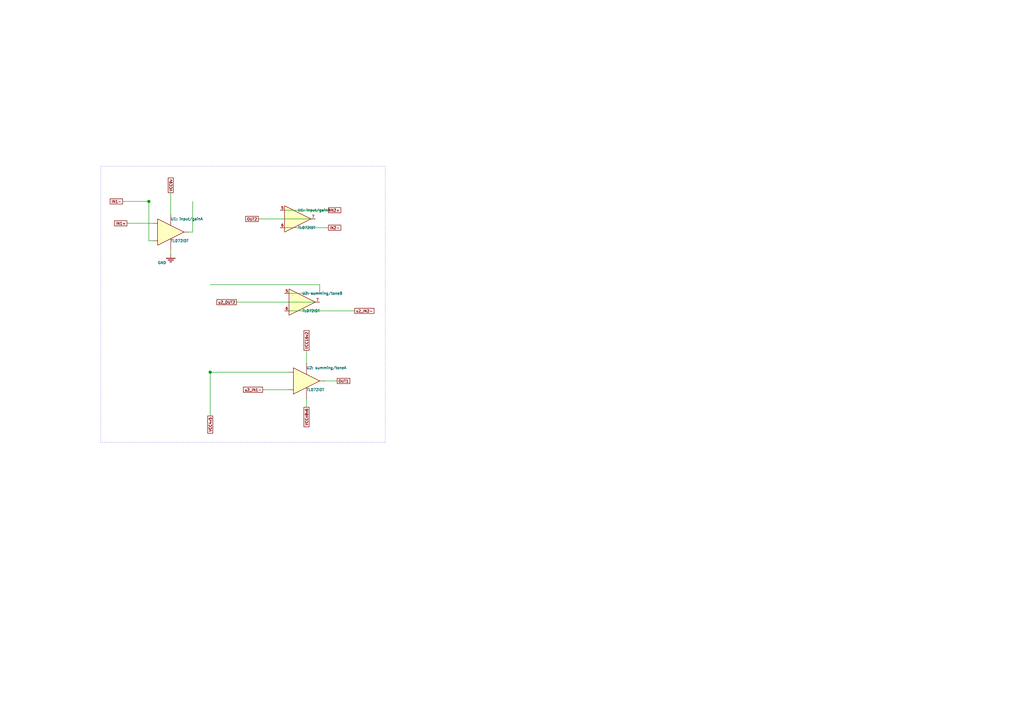
<source format=kicad_sch>
(kicad_sch (version 20230121) (generator jitx)
  (paper "A4")
  (lib_symbols
    (symbol "GND" (power)
      (property "Reference" "#PWR" (at 35.0 60.0 0.0))
      (property "Value" "GND" (at -2.54 -2.54 0.0))
      (symbol "GND_1_0"
        (pin power_in line (at 0.0 0.0 270) (length 0.0) (name "GND") (number "~"))
      )
    )
    (symbol "ALTIUM_POWER_GND_POWER"
      (property "Value" "ALTIUM_POWER_GND_POWER" (at 2.54 -1.016 0.0))
      (symbol "ALTIUM_POWER_GND_POWER_1_0"
        (pin unspecified line (at 0.0 0.0 0) (length 0.0) (name "0") (number "~"))
      )
    )
    (symbol "capacitor_sym"
      (property "Reference" "U" (at 1.27 1.27 0.0))
      (property "Value" "capacitor_sym" (at 1.27 -1.27 0.0))
      (symbol "capacitor_sym_1_0"
        (pin unspecified line (at 0.0 2.54 270) (length 0.0) (name "1") (number "~"))
        (pin unspecified line (at 0.0 -2.54 90) (length 0.0) (name "2") (number "~"))
      )
    )
    (symbol "sym_RK1631110U1Q"
      (property "Reference" "U" (at 0.0 4.27000254000508 0.0))
      (property "Value" "sym_RK1631110U1Q" (at 0.0 3.27000254000508 0.0))
      (symbol "sym_RK1631110U1Q_1_0"
        (pin unspecified line (at -5.08 0.0 0) (length 2.54000508001016) (name "3") (number "~"))
        (pin unspecified line (at 0.0 3.81 270) (length 2.54000508001016) (name "2") (number "~"))
        (pin unspecified line (at 5.08 0.0 180) (length 2.54000508001016) (name "1") (number "~"))
      )
    )
    (symbol "resistor_sym"
      (property "Reference" "U" (at 1.27 1.27 0.0))
      (property "Value" "resistor_sym" (at 1.27 -1.27 0.0))
      (symbol "resistor_sym_1_0"
        (pin unspecified line (at 0.0 -2.54 90) (length 0.0) (name "1") (number "~"))
        (pin unspecified line (at 0.0 2.54 270) (length 0.0) (name "2") (number "~"))
      )
    )
    (symbol "ground_sym"
      (property "Value" "ground_sym" (at -2.54 -2.54 0.0))
      (symbol "ground_sym_1_0"
        (pin unspecified line (at 0.0 0.0 270) (length 0.0) (name "0") (number "~"))
      )
    )
    (symbol "box_symbol_2L_0R_0T_0B"
      (property "Reference" "U" (at -5.08 5.172 0.0))
      (property "Value" "box_symbol_2L_0R_0T_0B" (at -5.08 4.11 0.0))
      (symbol "box_symbol_2L_0R_0T_0B_1_0"
        (pin unspecified line (at -7.62 1.27 0) (length 2.54) (name "L0") (number "~"))
        (pin unspecified line (at -7.62 -1.27 0) (length 2.54) (name "L1") (number "~"))
      )
    )
    (symbol "multi_op_amp_sym"
      (property "Reference" "U" (at 0.0 2.54 0.0))
      (property "Value" "multi_op_amp_sym" (at 0.0 -2.54 0.0))
      (symbol "multi_op_amp_sym_1_0"
        (pin unspecified line (at -3.81 -2.54 180) (length 1.27) (name "vi-") (number "~"))
        (pin unspecified line (at -3.81 2.54 180) (length 1.27) (name "vi+") (number "~"))
        (pin unspecified line (at 3.81 0.0 0) (length 1.27) (name "vo") (number "~"))
        (text "+" (at -2.794 2.032 0) (effects (font (size 0 0))))
        (text "-" (at -2.794 -2.032 0) (effects (font (size 0 0))))
      )
    )
    (symbol "op_amp_sym"
      (property "Reference" "U" (at 0.0 3.81 0.0))
      (property "Value" "op_amp_sym" (at 0.0 -2.54 0.0))
      (symbol "op_amp_sym_1_0"
        (pin unspecified line (at 0.0 -5.08 90) (length 0.0) (name "v-") (number "~"))
        (pin unspecified line (at 0.0 5.08 270) (length 0.0) (name "v+") (number "~"))
        (pin unspecified line (at -5.08 -2.54 0) (length 0.0) (name "in-") (number "~"))
        (pin unspecified line (at -5.08 2.54 0) (length 0.0) (name "in+") (number "~"))
        (pin unspecified line (at 5.08 0.0 180) (length 0.0) (name "out") (number "~"))
        (text "+" (at -2.794 2.032 0) (effects (font (size 0 0))))
        (text "-" (at -2.794 -2.032 0) (effects (font (size 0 0))))
      )
    )
    (symbol "sym_RK16312A0BKR"
      (property "Reference" "U" (at 0.0 6.81000762001524 0.0))
      (property "Value" "sym_RK16312A0BKR" (at 0.0 5.81000762001524 0.0))
      (symbol "sym_RK16312A0BKR_1_0"
        (pin unspecified line (at 5.08 2.54 180) (length 2.54000508001016) (name "1") (number "~"))
        (pin unspecified line (at 0.0 6.35 270) (length 2.54000508001016) (name "2") (number "~"))
        (pin unspecified line (at -5.08 2.54 0) (length 2.54000508001016) (name "3") (number "~"))
        (pin unspecified line (at -5.08 -2.54 0) (length 2.54000508001016) (name "6") (number "~"))
        (pin unspecified line (at 0.0 -6.35 90) (length 2.54000508001016) (name "5") (number "~"))
        (pin unspecified line (at 5.08 -2.54 180) (length 2.54000508001016) (name "4") (number "~"))
      )
    )
    (symbol "MAX1044ESA_T"
      (property "Reference" "U" (at 0.0 6.81000762001524 0.0))
      (property "Value" "MAX1044ESA_T" (at 0.0 5.81000762001524 0.0))
      (symbol "MAX1044ESA_T_1_0"
        (pin unspecified line (at -17.78 3.81 0) (length 2.54000508001016) (name "N_C_BOOST") (number "~"))
        (pin unspecified line (at -17.78 1.27 0) (length 2.54000508001016) (name "CAP+") (number "~"))
        (pin unspecified line (at -17.78 -1.27 0) (length 2.54000508001016) (name "GND") (number "~"))
        (pin unspecified line (at -17.78 -3.81 0) (length 2.54000508001016) (name "CAP-") (number "~"))
        (pin unspecified line (at 17.78 -3.81 180) (length 2.54000508001016) (name "VOUT") (number "~"))
        (pin unspecified line (at 17.78 -1.27 180) (length 2.54000508001016) (name "LV") (number "~"))
        (pin unspecified line (at 17.78 1.27 180) (length 2.54000508001016) (name "OSC") (number "~"))
        (pin unspecified line (at 17.78 3.81 180) (length 2.54000508001016) (name "V+") (number "~"))
      )
    )
    (symbol "box_symbol_3L_0R_0T_0B"
      (property "Reference" "U" (at -5.08 6.442 0.0))
      (property "Value" "box_symbol_3L_0R_0T_0B" (at -5.08 5.38 0.0))
      (symbol "box_symbol_3L_0R_0T_0B_1_0"
        (pin unspecified line (at -7.62 2.54 0) (length 2.54) (name "L0") (number "~"))
        (pin unspecified line (at -7.62 0.0 0) (length 2.54) (name "L1") (number "~"))
        (pin unspecified line (at -7.62 -2.54 0) (length 2.54) (name "L2") (number "~"))
      )
    )
    (symbol ""
      (property "Reference" "U" (at 2.54 1.27 0.0))
      (symbol "_1_0"
        (pin unspecified line (at 0.0 2.54 270) (length 0.0) (name "A") (number "~"))
        (pin unspecified line (at 0.0 -2.54 90) (length 0.0) (name "K") (number "~"))
        (text "" (at 0.0 0.0 0) (effects (font (size 0 0))))
        (text "" (at 0.0 0.0 0) (effects (font (size 0 0))))
      )
    )
    (symbol "Sym_1"
      (property "Reference" "U" (at 2.54 1.27 0.0))
      (property "Value" "Sym_1" (at 2.54 -1.27 0.0))
      (symbol "Sym_1_1_0"
        (pin unspecified line (at 0.0 2.54 270) (length 0.0) (name "A") (number "~"))
        (pin unspecified line (at 0.0 -2.54 90) (length 0.0) (name "K") (number "~"))
        (text "" (at 0.0 0.0 0) (effects (font (size 0 0))))
        (text "" (at 0.0 0.0 0) (effects (font (size 0 0))))
      )
    )
    (symbol "Sym_2"
      (property "Reference" "U" (at 2.54 1.27 0.0))
      (property "Value" "Sym_2" (at 2.54 -1.27 0.0))
      (symbol "Sym_2_1_0"
        (pin unspecified line (at 0.0 2.54 270) (length 0.0) (name "A") (number "~"))
        (pin unspecified line (at 0.0 -2.54 90) (length 0.0) (name "K") (number "~"))
        (text "" (at 0.0 0.0 0) (effects (font (size 0 0))))
        (text "" (at 0.0 0.0 0) (effects (font (size 0 0))))
      )
    )
    (symbol "my_resistor"
      (property "Reference" "R" (at 1.27 1.27 0.0))
      (property "Value" "my_resistor" (at 1.27 -1.27 0.0))
      (symbol "my_resistor_1_0"
        (pin unspecified line (at 0.0 -2.54 90) (length 0.0) (name "1") (number "1"))
        (pin unspecified line (at 0.0 2.54 270) (length 0.0) (name "2") (number "2"))
      )
    )
    (symbol "C145491"
      (property "Reference" "D" (at 2.54 1.27 0.0))
      (property "Value" "C145491" (at 2.54 -1.27 0.0))
      (symbol "C145491_1_0"
        (pin unspecified line (at 0.0 2.54 270) (length 0.0) (name "A") (number "2"))
        (pin unspecified line (at 0.0 -2.54 90) (length 0.0) (name "K") (number "1"))
        (text "" (at 0.0 0.0 0) (effects (font (size 0 0))))
        (text "" (at 0.0 0.0 0) (effects (font (size 0 0))))
      )
    )
    (symbol "my_resistor_1"
      (property "Reference" "R" (at 1.27 1.27 0.0))
      (property "Value" "my_resistor_1" (at 1.27 -1.27 0.0))
      (symbol "my_resistor_1_1_0"
        (pin unspecified line (at 0.0 -2.54 90) (length 0.0) (name "1") (number "1"))
        (pin unspecified line (at 0.0 2.54 270) (length 0.0) (name "2") (number "2"))
      )
    )
    (symbol "my_resistor_2"
      (property "Reference" "R" (at 1.27 1.27 0.0))
      (property "Value" "my_resistor_2" (at 1.27 -1.27 0.0))
      (symbol "my_resistor_2_1_0"
        (pin unspecified line (at 0.0 -2.54 90) (length 0.0) (name "1") (number "1"))
        (pin unspecified line (at 0.0 2.54 270) (length 0.0) (name "2") (number "2"))
      )
    )
    (symbol "my_resistor_3"
      (property "Reference" "R" (at 1.27 1.27 0.0))
      (property "Value" "my_resistor_3" (at 1.27 -1.27 0.0))
      (symbol "my_resistor_3_1_0"
        (pin unspecified line (at 0.0 -2.54 90) (length 0.0) (name "1") (number "1"))
        (pin unspecified line (at 0.0 2.54 270) (length 0.0) (name "2") (number "2"))
      )
    )
    (symbol "my_capacitor"
      (property "Reference" "C" (at 1.27 1.27 0.0))
      (property "Value" "my_capacitor" (at 1.27 -1.27 0.0))
      (symbol "my_capacitor_1_0"
        (pin unspecified line (at 0.0 2.54 270) (length 0.0) (name "1") (number "1"))
        (pin unspecified line (at 0.0 -2.54 90) (length 0.0) (name "2") (number "2"))
      )
    )
    (symbol "my_resistor_4"
      (property "Reference" "R" (at 1.27 1.27 0.0))
      (property "Value" "my_resistor_4" (at 1.27 -1.27 0.0))
      (symbol "my_resistor_4_1_0"
        (pin unspecified line (at 0.0 -2.54 90) (length 0.0) (name "1") (number "1"))
        (pin unspecified line (at 0.0 2.54 270) (length 0.0) (name "2") (number "2"))
      )
    )
    (symbol "my_capacitor_1"
      (property "Reference" "C" (at 1.27 1.27 0.0))
      (property "Value" "my_capacitor_1" (at 1.27 -1.27 0.0))
      (symbol "my_capacitor_1_1_0"
        (pin unspecified line (at 0.0 2.54 270) (length 0.0) (name "1") (number "1"))
        (pin unspecified line (at 0.0 -2.54 90) (length 0.0) (name "2") (number "2"))
      )
    )
    (symbol "my_resistor_5"
      (property "Reference" "R" (at 1.27 1.27 0.0))
      (property "Value" "my_resistor_5" (at 1.27 -1.27 0.0))
      (symbol "my_resistor_5_1_0"
        (pin unspecified line (at 0.0 -2.54 90) (length 0.0) (name "1") (number "1"))
        (pin unspecified line (at 0.0 2.54 270) (length 0.0) (name "2") (number "2"))
      )
    )
    (symbol "my_resistor_6"
      (property "Reference" "R" (at 1.27 1.27 0.0))
      (property "Value" "my_resistor_6" (at 1.27 -1.27 0.0))
      (symbol "my_resistor_6_1_0"
        (pin unspecified line (at 0.0 -2.54 90) (length 0.0) (name "1") (number "1"))
        (pin unspecified line (at 0.0 2.54 270) (length 0.0) (name "2") (number "2"))
      )
    )
    (symbol "my_capacitor_2"
      (property "Reference" "C" (at 1.27 1.27 0.0))
      (property "Value" "my_capacitor_2" (at 1.27 -1.27 0.0))
      (symbol "my_capacitor_2_1_0"
        (pin unspecified line (at 0.0 2.54 270) (length 0.0) (name "1") (number "1"))
        (pin unspecified line (at 0.0 -2.54 90) (length 0.0) (name "2") (number "2"))
      )
    )
    (symbol "my_resistor_7"
      (property "Reference" "R" (at 1.27 1.27 0.0))
      (property "Value" "my_resistor_7" (at 1.27 -1.27 0.0))
      (symbol "my_resistor_7_1_0"
        (pin unspecified line (at 0.0 -2.54 90) (length 0.0) (name "1") (number "1"))
        (pin unspecified line (at 0.0 2.54 270) (length 0.0) (name "2") (number "2"))
      )
    )
    (symbol "my_resistor_8"
      (property "Reference" "R" (at 1.27 1.27 0.0))
      (property "Value" "my_resistor_8" (at 1.27 -1.27 0.0))
      (symbol "my_resistor_8_1_0"
        (pin unspecified line (at 0.0 -2.54 90) (length 0.0) (name "1") (number "1"))
        (pin unspecified line (at 0.0 2.54 270) (length 0.0) (name "2") (number "2"))
      )
    )
    (symbol "my_capacitor_3"
      (property "Reference" "C" (at 1.27 1.27 0.0))
      (property "Value" "my_capacitor_3" (at 1.27 -1.27 0.0))
      (symbol "my_capacitor_3_1_0"
        (pin unspecified line (at 0.0 2.54 270) (length 0.0) (name "1") (number "1"))
        (pin unspecified line (at 0.0 -2.54 90) (length 0.0) (name "2") (number "2"))
      )
    )
    (symbol "my_capacitor_4"
      (property "Reference" "C" (at 1.27 1.27 0.0))
      (property "Value" "my_capacitor_4" (at 1.27 -1.27 0.0))
      (symbol "my_capacitor_4_1_0"
        (pin unspecified line (at 0.0 2.54 270) (length 0.0) (name "1") (number "1"))
        (pin unspecified line (at 0.0 -2.54 90) (length 0.0) (name "2") (number "2"))
      )
    )
    (symbol "my_capacitor_5"
      (property "Reference" "C" (at 1.27 1.27 0.0))
      (property "Value" "my_capacitor_5" (at 1.27 -1.27 0.0))
      (symbol "my_capacitor_5_1_0"
        (pin unspecified line (at 0.0 2.54 270) (length 0.0) (name "1") (number "1"))
        (pin unspecified line (at 0.0 -2.54 90) (length 0.0) (name "2") (number "2"))
      )
    )
    (symbol "C145491_1"
      (property "Reference" "D" (at 2.54 1.27 0.0))
      (property "Value" "C145491_1" (at 2.54 -1.27 0.0))
      (symbol "C145491_1_1_0"
        (pin unspecified line (at 0.0 2.54 270) (length 0.0) (name "A") (number "2"))
        (pin unspecified line (at 0.0 -2.54 90) (length 0.0) (name "K") (number "1"))
        (text "" (at 0.0 0.0 0) (effects (font (size 0 0))))
        (text "" (at 0.0 0.0 0) (effects (font (size 0 0))))
      )
    )
    (symbol "my_capacitor_6"
      (property "Reference" "C" (at 1.27 1.27 0.0))
      (property "Value" "my_capacitor_6" (at 1.27 -1.27 0.0))
      (symbol "my_capacitor_6_1_0"
        (pin unspecified line (at 0.0 2.54 270) (length 0.0) (name "1") (number "1"))
        (pin unspecified line (at 0.0 -2.54 90) (length 0.0) (name "2") (number "2"))
      )
    )
    (symbol "my_resistor_9"
      (property "Reference" "R" (at 1.27 1.27 0.0))
      (property "Value" "my_resistor_9" (at 1.27 -1.27 0.0))
      (symbol "my_resistor_9_1_0"
        (pin unspecified line (at 0.0 -2.54 90) (length 0.0) (name "1") (number "1"))
        (pin unspecified line (at 0.0 2.54 270) (length 0.0) (name "2") (number "2"))
      )
    )
    (symbol "C107646"
      (property "Reference" "U" (at 0.0 3.81 0.0))
      (property "Value" "C107646" (at 0.0 -2.54 0.0))
      (symbol "C107646_1_0"
        (pin unspecified line (at 0.0 -5.08 90) (length 0.0) (name "VCC-") (number "4"))
        (pin unspecified line (at 0.0 5.08 270) (length 0.0) (name "VCC+") (number "8"))
        (pin unspecified line (at -5.08 -2.54 0) (length 0.0) (name "IN1-") (number "2"))
        (pin unspecified line (at -5.08 2.54 0) (length 0.0) (name "IN1+") (number "3"))
        (pin unspecified line (at 5.08 0.0 180) (length 0.0) (name "OUT1") (number "1"))
        (text "+" (at -2.794 2.032 0) (effects (font (size 0 0))))
        (text "-" (at -2.794 -2.032 0) (effects (font (size 0 0))))
      )
      (symbol "C107646_2_0"
        (pin unspecified line (at -3.81 -2.54 180) (length 1.27) (name "IN2-") (number "6"))
        (pin unspecified line (at -3.81 2.54 180) (length 1.27) (name "IN2+") (number "5"))
        (pin unspecified line (at 3.81 0.0 0) (length 1.27) (name "OUT2") (number "7"))
        (text "+" (at -2.794 2.032 0) (effects (font (size 0 0))))
        (text "-" (at -2.794 -2.032 0) (effects (font (size 0 0))))
      )
    )
    (symbol "my_resistor_10"
      (property "Reference" "R" (at 1.27 1.27 0.0))
      (property "Value" "my_resistor_10" (at 1.27 -1.27 0.0))
      (symbol "my_resistor_10_1_0"
        (pin unspecified line (at 0.0 -2.54 90) (length 0.0) (name "1") (number "1"))
        (pin unspecified line (at 0.0 2.54 270) (length 0.0) (name "2") (number "2"))
      )
    )
    (symbol "my_capacitor_7"
      (property "Reference" "C" (at 1.27 1.27 0.0))
      (property "Value" "my_capacitor_7" (at 1.27 -1.27 0.0))
      (symbol "my_capacitor_7_1_0"
        (pin unspecified line (at 0.0 2.54 270) (length 0.0) (name "1") (number "1"))
        (pin unspecified line (at 0.0 -2.54 90) (length 0.0) (name "2") (number "2"))
      )
    )
    (symbol "my_capacitor_8"
      (property "Reference" "C" (at 1.27 1.27 0.0))
      (property "Value" "my_capacitor_8" (at 1.27 -1.27 0.0))
      (symbol "my_capacitor_8_1_0"
        (pin unspecified line (at 0.0 2.54 270) (length 0.0) (name "1") (number "1"))
        (pin unspecified line (at 0.0 -2.54 90) (length 0.0) (name "2") (number "2"))
      )
    )
    (symbol "my_resistor_11"
      (property "Reference" "R" (at 1.27 1.27 0.0))
      (property "Value" "my_resistor_11" (at 1.27 -1.27 0.0))
      (symbol "my_resistor_11_1_0"
        (pin unspecified line (at 0.0 -2.54 90) (length 0.0) (name "1") (number "1"))
        (pin unspecified line (at 0.0 2.54 270) (length 0.0) (name "2") (number "2"))
      )
    )
    (symbol "my_resistor_12"
      (property "Reference" "R" (at 1.27 1.27 0.0))
      (property "Value" "my_resistor_12" (at 1.27 -1.27 0.0))
      (symbol "my_resistor_12_1_0"
        (pin unspecified line (at 0.0 -2.54 90) (length 0.0) (name "1") (number "1"))
        (pin unspecified line (at 0.0 2.54 270) (length 0.0) (name "2") (number "2"))
      )
    )
    (symbol "my_capacitor_9"
      (property "Reference" "C" (at 1.27 1.27 0.0))
      (property "Value" "my_capacitor_9" (at 1.27 -1.27 0.0))
      (symbol "my_capacitor_9_1_0"
        (pin unspecified line (at 0.0 2.54 270) (length 0.0) (name "1") (number "1"))
        (pin unspecified line (at 0.0 -2.54 90) (length 0.0) (name "2") (number "2"))
      )
    )
    (symbol "C370979"
      (property "Reference" "U" (at 0.0 6.81000762001524 0.0))
      (property "Value" "C370979" (at 0.0 5.81000762001524 0.0))
      (symbol "C370979_1_0"
        (pin unspecified line (at 5.08 2.54 180) (length 2.54000508001016) (name "1") (number "1"))
        (pin unspecified line (at 0.0 6.35 270) (length 2.54000508001016) (name "2") (number "2"))
        (pin unspecified line (at -5.08 2.54 0) (length 2.54000508001016) (name "3") (number "3"))
        (pin unspecified line (at -5.08 -2.54 0) (length 2.54000508001016) (name "6") (number "6"))
        (pin unspecified line (at 0.0 -6.35 90) (length 2.54000508001016) (name "5") (number "5"))
        (pin unspecified line (at 5.08 -2.54 180) (length 2.54000508001016) (name "4") (number "4"))
      )
    )
    (symbol "my_resistor_13"
      (property "Reference" "R" (at 1.27 1.27 0.0))
      (property "Value" "my_resistor_13" (at 1.27 -1.27 0.0))
      (symbol "my_resistor_13_1_0"
        (pin unspecified line (at 0.0 -2.54 90) (length 0.0) (name "1") (number "1"))
        (pin unspecified line (at 0.0 2.54 270) (length 0.0) (name "2") (number "2"))
      )
    )
    (symbol "my_resistor_14"
      (property "Reference" "R" (at 1.27 1.27 0.0))
      (property "Value" "my_resistor_14" (at 1.27 -1.27 0.0))
      (symbol "my_resistor_14_1_0"
        (pin unspecified line (at 0.0 -2.54 90) (length 0.0) (name "1") (number "1"))
        (pin unspecified line (at 0.0 2.54 270) (length 0.0) (name "2") (number "2"))
      )
    )
    (symbol "my_capacitor_10"
      (property "Reference" "C" (at 1.27 1.27 0.0))
      (property "Value" "my_capacitor_10" (at 1.27 -1.27 0.0))
      (symbol "my_capacitor_10_1_0"
        (pin unspecified line (at 0.0 2.54 270) (length 0.0) (name "1") (number "1"))
        (pin unspecified line (at 0.0 -2.54 90) (length 0.0) (name "2") (number "2"))
      )
    )
    (symbol "my_capacitor_11"
      (property "Reference" "C" (at 1.27 1.27 0.0))
      (property "Value" "my_capacitor_11" (at 1.27 -1.27 0.0))
      (symbol "my_capacitor_11_1_0"
        (pin unspecified line (at 0.0 2.54 270) (length 0.0) (name "1") (number "1"))
        (pin unspecified line (at 0.0 -2.54 90) (length 0.0) (name "2") (number "2"))
      )
    )
    (symbol "my_resistor_15"
      (property "Reference" "R" (at 1.27 1.27 0.0))
      (property "Value" "my_resistor_15" (at 1.27 -1.27 0.0))
      (symbol "my_resistor_15_1_0"
        (pin unspecified line (at 0.0 -2.54 90) (length 0.0) (name "1") (number "1"))
        (pin unspecified line (at 0.0 2.54 270) (length 0.0) (name "2") (number "2"))
      )
    )
    (symbol "C140450"
      (property "Reference" "U" (at 0.0 6.81000762001524 0.0))
      (property "Value" "C140450" (at 0.0 5.81000762001524 0.0))
      (symbol "C140450_1_0"
        (pin unspecified line (at -17.78 3.81 0) (length 2.54000508001016) (name "N_C_BOOST") (number "1"))
        (pin unspecified line (at -17.78 1.27 0) (length 2.54000508001016) (name "CAP+") (number "2"))
        (pin unspecified line (at -17.78 -1.27 0) (length 2.54000508001016) (name "GND") (number "3"))
        (pin unspecified line (at -17.78 -3.81 0) (length 2.54000508001016) (name "CAP-") (number "4"))
        (pin unspecified line (at 17.78 -3.81 180) (length 2.54000508001016) (name "VOUT") (number "5"))
        (pin unspecified line (at 17.78 -1.27 180) (length 2.54000508001016) (name "LV") (number "6"))
        (pin unspecified line (at 17.78 1.27 180) (length 2.54000508001016) (name "OSC") (number "7"))
        (pin unspecified line (at 17.78 3.81 180) (length 2.54000508001016) (name "V+") (number "8"))
      )
    )
    (symbol "my_capacitor_12"
      (property "Reference" "C" (at 1.27 1.27 0.0))
      (property "Value" "my_capacitor_12" (at 1.27 -1.27 0.0))
      (symbol "my_capacitor_12_1_0"
        (pin unspecified line (at 0.0 2.54 270) (length 0.0) (name "1") (number "1"))
        (pin unspecified line (at 0.0 -2.54 90) (length 0.0) (name "2") (number "2"))
      )
    )
    (symbol "my_capacitor_13"
      (property "Reference" "C" (at 1.27 1.27 0.0))
      (property "Value" "my_capacitor_13" (at 1.27 -1.27 0.0))
      (symbol "my_capacitor_13_1_0"
        (pin unspecified line (at 0.0 2.54 270) (length 0.0) (name "1") (number "1"))
        (pin unspecified line (at 0.0 -2.54 90) (length 0.0) (name "2") (number "2"))
      )
    )
    (symbol "pin_header"
      (property "Reference" "J" (at -5.08 5.172 0.0))
      (property "Value" "pin_header" (at -5.08 4.11 0.0))
      (symbol "pin_header_1_0"
        (pin unspecified line (at -7.62 1.27 0) (length 2.54) (name "1") (number "1"))
        (pin unspecified line (at -7.62 -1.27 0) (length 2.54) (name "2") (number "2"))
      )
    )
    (symbol "C370978"
      (property "Reference" "U" (at 0.0 4.27000254000508 0.0))
      (property "Value" "C370978" (at 0.0 3.27000254000508 0.0))
      (symbol "C370978_1_0"
        (pin unspecified line (at -5.08 0.0 0) (length 2.54000508001016) (name "3") (number "3"))
        (pin unspecified line (at 0.0 3.81 270) (length 2.54000508001016) (name "2") (number "2"))
        (pin unspecified line (at 5.08 0.0 180) (length 2.54000508001016) (name "1") (number "1"))
      )
    )
    (symbol "my_capacitor_14"
      (property "Reference" "C" (at 1.27 1.27 0.0))
      (property "Value" "my_capacitor_14" (at 1.27 -1.27 0.0))
      (symbol "my_capacitor_14_1_0"
        (pin unspecified line (at 0.0 2.54 270) (length 0.0) (name "1") (number "1"))
        (pin unspecified line (at 0.0 -2.54 90) (length 0.0) (name "2") (number "2"))
      )
    )
    (symbol "my_capacitor_15"
      (property "Reference" "C" (at 1.27 1.27 0.0))
      (property "Value" "my_capacitor_15" (at 1.27 -1.27 0.0))
      (symbol "my_capacitor_15_1_0"
        (pin unspecified line (at 0.0 2.54 270) (length 0.0) (name "1") (number "1"))
        (pin unspecified line (at 0.0 -2.54 90) (length 0.0) (name "2") (number "2"))
      )
    )
    (symbol "my_resistor_16"
      (property "Reference" "R" (at 1.27 1.27 0.0))
      (property "Value" "my_resistor_16" (at 1.27 -1.27 0.0))
      (symbol "my_resistor_16_1_0"
        (pin unspecified line (at 0.0 -2.54 90) (length 0.0) (name "1") (number "1"))
        (pin unspecified line (at 0.0 2.54 270) (length 0.0) (name "2") (number "2"))
      )
    )
    (symbol "my_resistor_17"
      (property "Reference" "R" (at 1.27 1.27 0.0))
      (property "Value" "my_resistor_17" (at 1.27 -1.27 0.0))
      (symbol "my_resistor_17_1_0"
        (pin unspecified line (at 0.0 -2.54 90) (length 0.0) (name "1") (number "1"))
        (pin unspecified line (at 0.0 2.54 270) (length 0.0) (name "2") (number "2"))
      )
    )
    (symbol "my_capacitor_16"
      (property "Reference" "C" (at 1.27 1.27 0.0))
      (property "Value" "my_capacitor_16" (at 1.27 -1.27 0.0))
      (symbol "my_capacitor_16_1_0"
        (pin unspecified line (at 0.0 2.54 270) (length 0.0) (name "1") (number "1"))
        (pin unspecified line (at 0.0 -2.54 90) (length 0.0) (name "2") (number "2"))
      )
    )
    (symbol "my_resistor_18"
      (property "Reference" "R" (at 1.27 1.27 0.0))
      (property "Value" "my_resistor_18" (at 1.27 -1.27 0.0))
      (symbol "my_resistor_18_1_0"
        (pin unspecified line (at 0.0 -2.54 90) (length 0.0) (name "1") (number "1"))
        (pin unspecified line (at 0.0 2.54 270) (length 0.0) (name "2") (number "2"))
      )
    )
    (symbol "my_resistor_19"
      (property "Reference" "R" (at 1.27 1.27 0.0))
      (property "Value" "my_resistor_19" (at 1.27 -1.27 0.0))
      (symbol "my_resistor_19_1_0"
        (pin unspecified line (at 0.0 -2.54 90) (length 0.0) (name "1") (number "1"))
        (pin unspecified line (at 0.0 2.54 270) (length 0.0) (name "2") (number "2"))
      )
    )
    (symbol "my_resistor_20"
      (property "Reference" "R" (at 1.27 1.27 0.0))
      (property "Value" "my_resistor_20" (at 1.27 -1.27 0.0))
      (symbol "my_resistor_20_1_0"
        (pin unspecified line (at 0.0 -2.54 90) (length 0.0) (name "1") (number "1"))
        (pin unspecified line (at 0.0 2.54 270) (length 0.0) (name "2") (number "2"))
      )
    )
    (symbol "my_capacitor_17"
      (property "Reference" "C" (at 1.27 1.27 0.0))
      (property "Value" "my_capacitor_17" (at 1.27 -1.27 0.0))
      (symbol "my_capacitor_17_1_0"
        (pin unspecified line (at 0.0 2.54 270) (length 0.0) (name "1") (number "1"))
        (pin unspecified line (at 0.0 -2.54 90) (length 0.0) (name "2") (number "2"))
      )
    )
    (symbol "my_resistor_21"
      (property "Reference" "R" (at 1.27 1.27 0.0))
      (property "Value" "my_resistor_21" (at 1.27 -1.27 0.0))
      (symbol "my_resistor_21_1_0"
        (pin unspecified line (at 0.0 -2.54 90) (length 0.0) (name "1") (number "1"))
        (pin unspecified line (at 0.0 2.54 270) (length 0.0) (name "2") (number "2"))
      )
    )
    (symbol "my_resistor_22"
      (property "Reference" "R" (at 1.27 1.27 0.0))
      (property "Value" "my_resistor_22" (at 1.27 -1.27 0.0))
      (symbol "my_resistor_22_1_0"
        (pin unspecified line (at 0.0 -2.54 90) (length 0.0) (name "1") (number "1"))
        (pin unspecified line (at 0.0 2.54 270) (length 0.0) (name "2") (number "2"))
      )
    )
    (symbol "pin_header_1"
      (property "Reference" "J" (at -5.08 6.442 0.0))
      (property "Value" "pin_header_1" (at -5.08 5.38 0.0))
      (symbol "pin_header_1_1_0"
        (pin unspecified line (at -7.62 2.54 0) (length 2.54) (name "1") (number "1"))
        (pin unspecified line (at -7.62 0.0 0) (length 2.54) (name "2") (number "2"))
        (pin unspecified line (at -7.62 -2.54 0) (length 2.54) (name "3") (number "3"))
      )
    )
    (symbol "C113210"
      (property "Reference" "D" (at 2.54 1.27 0.0))
      (property "Value" "C113210" (at 2.54 -1.27 0.0))
      (symbol "C113210_1_0"
        (pin unspecified line (at 0.0 2.54 270) (length 0.0) (name "A") (number "1"))
        (pin unspecified line (at 0.0 -2.54 90) (length 0.0) (name "K") (number "2"))
        (text "" (at 0.0 0.0 0) (effects (font (size 0 0))))
        (text "" (at 0.0 0.0 0) (effects (font (size 0 0))))
      )
    )
    (symbol "my_resistor_23"
      (property "Reference" "R" (at 1.27 1.27 0.0))
      (property "Value" "my_resistor_23" (at 1.27 -1.27 0.0))
      (symbol "my_resistor_23_1_0"
        (pin unspecified line (at 0.0 -2.54 90) (length 0.0) (name "1") (number "1"))
        (pin unspecified line (at 0.0 2.54 270) (length 0.0) (name "2") (number "2"))
      )
    )
    (symbol "my_resistor_24"
      (property "Reference" "R" (at 1.27 1.27 0.0))
      (property "Value" "my_resistor_24" (at 1.27 -1.27 0.0))
      (symbol "my_resistor_24_1_0"
        (pin unspecified line (at 0.0 -2.54 90) (length 0.0) (name "1") (number "1"))
        (pin unspecified line (at 0.0 2.54 270) (length 0.0) (name "2") (number "2"))
      )
    )
    (symbol "my_capacitor_18"
      (property "Reference" "C" (at 1.27 1.27 0.0))
      (property "Value" "my_capacitor_18" (at 1.27 -1.27 0.0))
      (symbol "my_capacitor_18_1_0"
        (pin unspecified line (at 0.0 2.54 270) (length 0.0) (name "1") (number "1"))
        (pin unspecified line (at 0.0 -2.54 90) (length 0.0) (name "2") (number "2"))
      )
    )
    (symbol "my_resistor_25"
      (property "Reference" "R" (at 1.27 1.27 0.0))
      (property "Value" "my_resistor_25" (at 1.27 -1.27 0.0))
      (symbol "my_resistor_25_1_0"
        (pin unspecified line (at 0.0 -2.54 90) (length 0.0) (name "1") (number "1"))
        (pin unspecified line (at 0.0 2.54 270) (length 0.0) (name "2") (number "2"))
      )
    )
    (symbol "my_resistor_26"
      (property "Reference" "R" (at 1.27 1.27 0.0))
      (property "Value" "my_resistor_26" (at 1.27 -1.27 0.0))
      (symbol "my_resistor_26_1_0"
        (pin unspecified line (at 0.0 -2.54 90) (length 0.0) (name "1") (number "1"))
        (pin unspecified line (at 0.0 2.54 270) (length 0.0) (name "2") (number "2"))
      )
    )
    (symbol "my_capacitor_19"
      (property "Reference" "C" (at 1.27 1.27 0.0))
      (property "Value" "my_capacitor_19" (at 1.27 -1.27 0.0))
      (symbol "my_capacitor_19_1_0"
        (pin unspecified line (at 0.0 2.54 270) (length 0.0) (name "1") (number "1"))
        (pin unspecified line (at 0.0 -2.54 90) (length 0.0) (name "2") (number "2"))
      )
    )
    (symbol "my_resistor_27"
      (property "Reference" "R" (at 1.27 1.27 0.0))
      (property "Value" "my_resistor_27" (at 1.27 -1.27 0.0))
      (symbol "my_resistor_27_1_0"
        (pin unspecified line (at 0.0 -2.54 90) (length 0.0) (name "1") (number "1"))
        (pin unspecified line (at 0.0 2.54 270) (length 0.0) (name "2") (number "2"))
      )
    )
    (symbol "my_capacitor_20"
      (property "Reference" "C" (at 1.27 1.27 0.0))
      (property "Value" "my_capacitor_20" (at 1.27 -1.27 0.0))
      (symbol "my_capacitor_20_1_0"
        (pin unspecified line (at 0.0 2.54 270) (length 0.0) (name "1") (number "1"))
        (pin unspecified line (at 0.0 -2.54 90) (length 0.0) (name "2") (number "2"))
      )
    )
    (symbol "my_capacitor_21"
      (property "Reference" "C" (at 1.27 1.27 0.0))
      (property "Value" "my_capacitor_21" (at 1.27 -1.27 0.0))
      (symbol "my_capacitor_21_1_0"
        (pin unspecified line (at 0.0 2.54 270) (length 0.0) (name "1") (number "1"))
        (pin unspecified line (at 0.0 -2.54 90) (length 0.0) (name "2") (number "2"))
      )
    )
    (symbol "my_resistor_28"
      (property "Reference" "R" (at 1.27 1.27 0.0))
      (property "Value" "my_resistor_28" (at 1.27 -1.27 0.0))
      (symbol "my_resistor_28_1_0"
        (pin unspecified line (at 0.0 -2.54 90) (length 0.0) (name "1") (number "1"))
        (pin unspecified line (at 0.0 2.54 270) (length 0.0) (name "2") (number "2"))
      )
    )
  )
  (wire (pts (xy 82.55 66.04) (xy 90.17 66.04)) (stroke (width 0.127)))
  (wire (pts (xy 82.55 60.96) (xy 90.17 60.96)) (stroke (width 0.127)))
  (wire (pts (xy 90.17 63.5) (xy 82.55 63.5)) (stroke (width 0.127)))
  (wire (pts (xy 83.82 90.17) (xy 91.44 90.17)) (stroke (width 0.127)))
  (wire (pts (xy 83.82 85.09) (xy 91.44 85.09)) (stroke (width 0.127)))
  (wire (pts (xy 91.44 87.63) (xy 83.82 87.63)) (stroke (width 0.127)))
  (wire (pts (xy 76.2 113.03) (xy 83.82 113.03)) (stroke (width 0.127)))
  (wire (pts (xy 68.58 87.63) (xy 83.82 87.63)) (stroke (width 0.127)))
  (wire (pts (xy 93.98 110.49) (xy 97.79 110.49)) (stroke (width 0.127)))
  (wire (pts (xy 91.44 90.17) (xy 102.87 90.17)) (stroke (width 0.127)))
  (wire (pts (xy 88.9 105.41) (xy 88.9 101.6)) (stroke (width 0.127)))
  (wire (pts (xy 60.96 107.95) (xy 83.82 107.95)) (stroke (width 0.127)))
  (wire (pts (xy 60.96 82.55) (xy 92.71 82.55)) (stroke (width 0.127)))
  (wire (pts (xy 91.44 85.09) (xy 92.71 85.09)) (stroke (width 0.127)))
  (wire (pts (xy 92.71 85.09) (xy 92.71 82.55)) (stroke (width 0.127)))
  (wire (pts (xy 60.96 120.65) (xy 60.96 82.55)) (stroke (width 0.127)))
  (wire (pts (xy 49.53 62.23) (xy 49.53 55.88)) (stroke (width 0.127)))
  (wire (pts (xy 74.93 63.5) (xy 82.55 63.5)) (stroke (width 0.127)))
  (wire (pts (xy 88.9 118.11) (xy 88.9 115.57)) (stroke (width 0.127)))
  (wire (pts (xy 90.17 66.04) (xy 95.25 66.04)) (stroke (width 0.127)))
  (wire (pts (xy 90.17 60.96) (xy 95.25 60.96)) (stroke (width 0.127)))
  (wire (pts (xy 49.53 73.66) (xy 49.53 72.39)) (stroke (width 0.127)))
  (wire (pts (xy 54.61 67.31) (xy 55.88 67.31)) (stroke (width 0.127)))
  (wire (pts (xy 43.18 69.85) (xy 44.45 69.85)) (stroke (width 0.127)))
  (wire (pts (xy 35.56 58.42) (xy 55.88 58.42)) (stroke (width 0.127)))
  (wire (pts (xy 43.18 69.85) (xy 43.18 58.42)) (stroke (width 0.127)))
  (wire (pts (xy 55.88 67.31) (xy 55.88 58.42)) (stroke (width 0.127)))
  (wire (pts (xy 36.83 64.77) (xy 44.45 64.77)) (stroke (width 0.127)))
  (polyline (pts (xy 29.21 48.26) (xy 111.76 48.26)) (stroke (width 0.127) (type dot)))
  (polyline (pts (xy 29.21 128.27) (xy 111.76 128.27)) (stroke (width 0.127) (type dot)))
  (polyline (pts (xy 29.21 128.27) (xy 29.21 48.26)) (stroke (width 0.127) (type dot)))
  (polyline (pts (xy 111.76 128.27) (xy 111.76 48.26)) (stroke (width 0.127) (type dot)))
  (junction (at 60.96 107.95) (diameter 0.762))
  (junction (at 43.18 58.42) (diameter 0.762))
  (global_label "u2_IN1-" (shape passive) (at 76.2 113.03 180) (effects (font (size 0.762 0.762))))
  (global_label "u2_OUT2" (shape passive) (at 68.58 87.63 180) (effects (font (size 0.762 0.762))))
  (global_label "OUT1" (shape passive) (at 97.79 110.49 0) (effects (font (size 0.762 0.762))))
  (global_label "u2_IN2-" (shape passive) (at 102.87 90.17 0) (effects (font (size 0.762 0.762))))
  (global_label "VCC16v2" (shape passive) (at 88.9 101.6 90) (effects (font (size 0.762 0.762))))
  (global_label "VCC4v5" (shape passive) (at 60.96 120.65 270) (effects (font (size 0.762 0.762))))
  (global_label "VCC9v" (shape passive) (at 49.53 55.88 90) (effects (font (size 0.762 0.762))))
  (global_label "OUT2" (shape passive) (at 74.93 63.5 180) (effects (font (size 0.762 0.762))))
  (global_label "VCCn8v6" (shape passive) (at 88.9 118.11 270) (effects (font (size 0.762 0.762))))
  (global_label "IN2-" (shape passive) (at 95.25 66.04 0) (effects (font (size 0.762 0.762))))
  (global_label "IN2+" (shape passive) (at 95.25 60.96 0) (effects (font (size 0.762 0.762))))
  (global_label "IN1-" (shape passive) (at 35.56 58.42 180) (effects (font (size 0.762 0.762))))
  (global_label "IN1+" (shape passive) (at 36.83 64.77 180) (effects (font (size 0.762 0.762))))
  (symbol (lib_id "C107646") (at 87.63 87.63 0.0) (unit 2)
    (property "Reference" "U2: summing/tone" (at 87.63 85.09 0.0) (effects (font (size 0.762 0.762)) (justify left)))
    (property "Value" "TL072IDT" (at 87.63 90.17 0.0) (effects (font (size 0.762 0.762)) (justify left)))
    (property "Footprint" "centaur:LP_1" (effects hide))
    (property "Datasheet" "https://datasheet.lcsc.com/lcsc/2304140030_STMicroelectronics-TL072IDT_C107646.pdf" (effects hide))
    (property "Name" "u2" (effects hide))
    (property "Description" "4MHz 2 SOIC-8  FET InputAmplifiers ROHS" (effects hide))
    (property "Manufacturer" "STMicroelectronics" (effects hide))
    (property "MPN" "TL072IDT" (effects hide))
  )
  (symbol (lib_id "C107646") (at 88.9 110.49 0.0) (unit 1)
    (property "Reference" "U2: summing/tone" (at 88.9 106.68 0.0) (effects (font (size 0.762 0.762)) (justify left)))
    (property "Value" "TL072IDT" (at 88.9 113.03 0.0) (effects (font (size 0.762 0.762)) (justify left)))
    (property "Footprint" "centaur:LP_1" (effects hide))
    (property "Datasheet" "https://datasheet.lcsc.com/lcsc/2304140030_STMicroelectronics-TL072IDT_C107646.pdf" (effects hide))
    (property "Name" "u2" (effects hide))
    (property "Description" "4MHz 2 SOIC-8  FET InputAmplifiers ROHS" (effects hide))
    (property "Manufacturer" "STMicroelectronics" (effects hide))
    (property "MPN" "TL072IDT" (effects hide))
  )
  (symbol (lib_id "C107646") (at 86.36 63.5 0.0) (unit 2)
    (property "Reference" "U1: input/gain" (at 86.36 60.96 0.0) (effects (font (size 0.762 0.762)) (justify left)))
    (property "Value" "TL072IDT" (at 86.36 66.04 0.0) (effects (font (size 0.762 0.762)) (justify left)))
    (property "Footprint" "centaur:LP_1" (effects hide))
    (property "Datasheet" "https://datasheet.lcsc.com/lcsc/2304140030_STMicroelectronics-TL072IDT_C107646.pdf" (effects hide))
    (property "Name" "u1" (effects hide))
    (property "Description" "4MHz 2 SOIC-8  FET InputAmplifiers ROHS" (effects hide))
    (property "Manufacturer" "STMicroelectronics" (effects hide))
    (property "MPN" "TL072IDT" (effects hide))
  )
  (symbol (lib_id "C107646") (at 49.53 67.31 0.0) (unit 1)
    (property "Reference" "U1: input/gain" (at 49.53 63.5 0.0) (effects (font (size 0.762 0.762)) (justify left)))
    (property "Value" "TL072IDT" (at 49.53 69.85 0.0) (effects (font (size 0.762 0.762)) (justify left)))
    (property "Footprint" "centaur:LP_1" (effects hide))
    (property "Datasheet" "https://datasheet.lcsc.com/lcsc/2304140030_STMicroelectronics-TL072IDT_C107646.pdf" (effects hide))
    (property "Name" "u1" (effects hide))
    (property "Description" "4MHz 2 SOIC-8  FET InputAmplifiers ROHS" (effects hide))
    (property "Manufacturer" "STMicroelectronics" (effects hide))
    (property "MPN" "TL072IDT" (effects hide))
  )
  (symbol (lib_id "GND") (at 49.53 73.66 0.0) (unit 1)
    (property "Reference" "#PWR?" (effects hide))
    (property "Value" "GND" (at 46.99 76.2 0.0) (effects (font (size 0.762 0.762))))
  )
)
</source>
